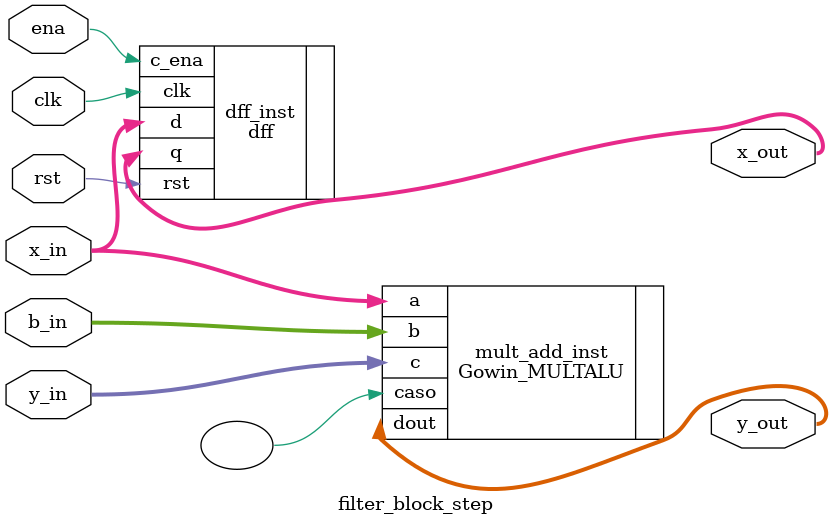
<source format=v>

module filter_block_step #(
    parameter WIDTH_X = 32,
    parameter WIDTH_Y = 32
) (
    input  wire clk, // clock
    input  wire rst, // positive active reset
    input  wire ena, // enable

    input  wire signed [WIDTH_X-1:0] x_in, // input signal
    input  wire signed [WIDTH_X-1:0] b_in,
    input  wire signed [WIDTH_Y-1:0] y_in,
    output reg  signed [WIDTH_X-1:0] x_out,
    output reg  signed [WIDTH_Y-1:0] y_out
);
    
dff #(.WIDTH(WIDTH_X)) dff_inst (
    .clk    (clk),
    .rst    (rst),
    .c_ena  (ena),
    .d      (x_in),
    .q      (x_out)
);

Gowin_MULTALU mult_add_inst (
    .dout   (y_out), // [53:0] output
    .caso   (), 
    .a      (x_in), // [17:0] input
    .b      (b_in),  // [17:0] input
    .c      (y_in)   // [53:0] input
);

endmodule

</source>
